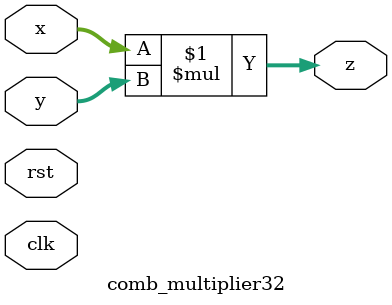
<source format=v>
`timescale 1ns / 1ps

// This is a 32 bit output combinational multiplier that I used for the factorial accelerator
// We can probably modify the factorial accelerator to use the existing combinational multiplier
module comb_multiplier32#(parameter WIDTH=32)(
        input [WIDTH-1:0]x,
        input [WIDTH-1:0]y,
        input clk, rst,
        
        output [WIDTH-1:0]z
    );
    assign z = x * y;
endmodule

</source>
